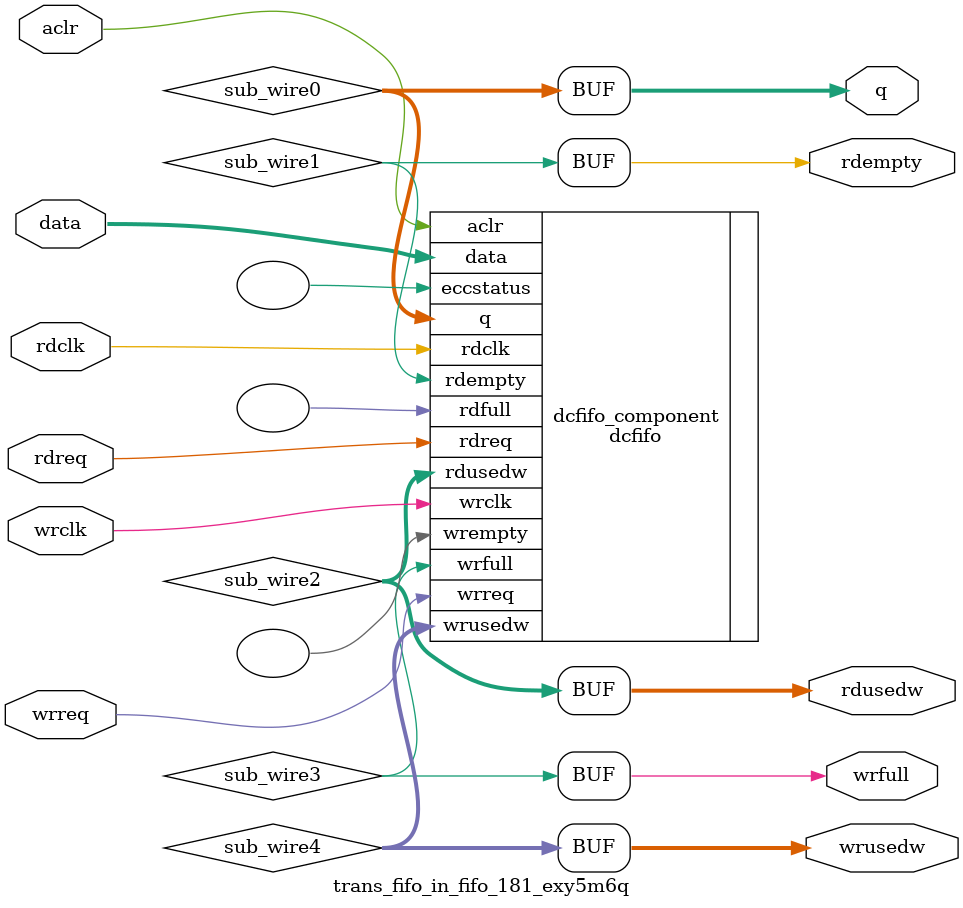
<source format=v>



`timescale 1 ps / 1 ps
// synopsys translate_on
module  trans_fifo_in_fifo_181_exy5m6q  (
    aclr,
    data,
    rdclk,
    rdreq,
    wrclk,
    wrreq,
    q,
    rdempty,
    rdusedw,
    wrfull,
    wrusedw);

    input    aclr;
    input  [71:0]  data;
    input    rdclk;
    input    rdreq;
    input    wrclk;
    input    wrreq;
    output [71:0]  q;
    output   rdempty;
    output [9:0]  rdusedw;
    output   wrfull;
    output [9:0]  wrusedw;
`ifndef ALTERA_RESERVED_QIS
// synopsys translate_off
`endif
    tri0     aclr;
`ifndef ALTERA_RESERVED_QIS
// synopsys translate_on
`endif

    wire [71:0] sub_wire0;
    wire  sub_wire1;
    wire [9:0] sub_wire2;
    wire  sub_wire3;
    wire [9:0] sub_wire4;
    wire [71:0] q = sub_wire0[71:0];
    wire  rdempty = sub_wire1;
    wire [9:0] rdusedw = sub_wire2[9:0];
    wire  wrfull = sub_wire3;
    wire [9:0] wrusedw = sub_wire4[9:0];

    dcfifo  dcfifo_component (
                .aclr (aclr),
                .data (data),
                .rdclk (rdclk),
                .rdreq (rdreq),
                .wrclk (wrclk),
                .wrreq (wrreq),
                .q (sub_wire0),
                .rdempty (sub_wire1),
                .rdusedw (sub_wire2),
                .wrfull (sub_wire3),
                .wrusedw (sub_wire4),
                .eccstatus (),
                .rdfull (),
                .wrempty ());
    defparam
        dcfifo_component.add_usedw_msb_bit  = "ON",
        dcfifo_component.enable_ecc  = "FALSE",
        dcfifo_component.intended_device_family  = "Arria 10",
        dcfifo_component.lpm_hint  = "DISABLE_DCFIFO_EMBEDDED_TIMING_CONSTRAINT=TRUE",
        dcfifo_component.lpm_numwords  = 512,
        dcfifo_component.lpm_showahead  = "OFF",
        dcfifo_component.lpm_type  = "dcfifo",
        dcfifo_component.lpm_width  = 72,
        dcfifo_component.lpm_widthu  = 10,
        dcfifo_component.overflow_checking  = "ON",
        dcfifo_component.rdsync_delaypipe  = 5,
        dcfifo_component.read_aclr_synch  = "OFF",
        dcfifo_component.underflow_checking  = "ON",
        dcfifo_component.use_eab  = "ON",
        dcfifo_component.write_aclr_synch  = "ON",
        dcfifo_component.wrsync_delaypipe  = 5;


endmodule



</source>
